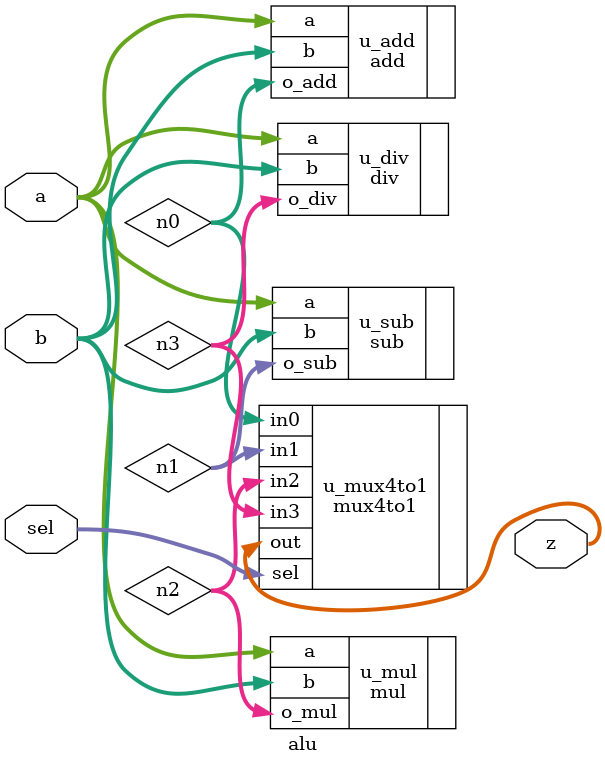
<source format=v>
module alu(a,b,sel,z);

input [15:0] a, b;
input [1:0] sel;
output [15:0] z;

wire [15:0] n0,n1,n2,n3;

add u_add(.a(a), .b(b), .o_add(n0));
sub u_sub(.a(a), .b(b), .o_sub(n1));
mul u_mul(.a(a), .b(b), .o_mul(n2));
div u_div(.a(a), .b(b), .o_div(n3));

mux4to1 u_mux4to1(.in0(n0), .in1(n1), .in2(n2), .in3(n3), .out(z), .sel(sel));

endmodule

</source>
